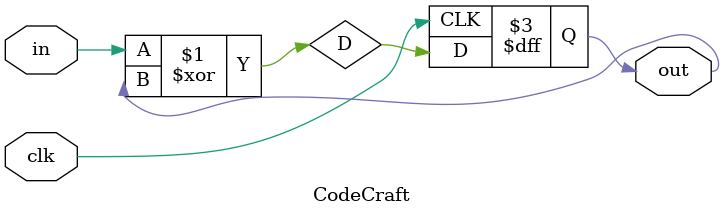
<source format=v>
module CodeCraft(input clk, input in, output reg out);
    wire D;
    assign D = in^out;
    always @(posedge clk) begin
        out <= D;
    end 
endmodule
</source>
